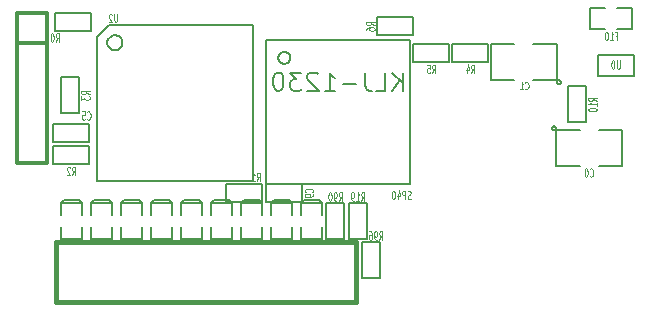
<source format=gbo>
G04 (created by PCBNEW-RS274X (2012-01-19 BZR 3256)-stable) date 22/03/2013 02:03:58*
G01*
G70*
G90*
%MOIN*%
G04 Gerber Fmt 3.4, Leading zero omitted, Abs format*
%FSLAX34Y34*%
G04 APERTURE LIST*
%ADD10C,0.006000*%
%ADD11C,0.005000*%
%ADD12C,0.012000*%
%ADD13C,0.015000*%
%ADD14C,0.004500*%
G04 APERTURE END LIST*
G54D10*
G54D11*
X89650Y-66250D02*
X88450Y-66250D01*
X88450Y-66250D02*
X88450Y-66850D01*
X88450Y-66850D02*
X89650Y-66850D01*
X89650Y-66850D02*
X89650Y-66250D01*
X100700Y-62650D02*
X100700Y-61950D01*
X100700Y-61950D02*
X99500Y-61950D01*
X99500Y-61950D02*
X99500Y-62650D01*
X99500Y-62650D02*
X100700Y-62650D01*
X98120Y-64400D02*
X98118Y-64413D01*
X98114Y-64426D01*
X98108Y-64438D01*
X98099Y-64449D01*
X98089Y-64458D01*
X98077Y-64464D01*
X98064Y-64468D01*
X98050Y-64469D01*
X98037Y-64468D01*
X98024Y-64464D01*
X98012Y-64458D01*
X98002Y-64450D01*
X97993Y-64439D01*
X97986Y-64427D01*
X97982Y-64414D01*
X97981Y-64400D01*
X97982Y-64388D01*
X97985Y-64375D01*
X97992Y-64363D01*
X98000Y-64352D01*
X98011Y-64343D01*
X98022Y-64336D01*
X98035Y-64332D01*
X98049Y-64331D01*
X98062Y-64332D01*
X98075Y-64335D01*
X98087Y-64341D01*
X98098Y-64350D01*
X98107Y-64360D01*
X98113Y-64372D01*
X98118Y-64385D01*
X98119Y-64399D01*
X98120Y-64400D01*
X99550Y-64450D02*
X100300Y-64450D01*
X100300Y-64450D02*
X100300Y-65650D01*
X100300Y-65650D02*
X99550Y-65650D01*
X98900Y-65650D02*
X98100Y-65650D01*
X98100Y-65650D02*
X98100Y-64450D01*
X98100Y-64450D02*
X98900Y-64450D01*
X99750Y-61100D02*
X99250Y-61100D01*
X99250Y-61100D02*
X99250Y-60400D01*
X99250Y-60400D02*
X99750Y-60400D01*
X100150Y-61100D02*
X100650Y-61100D01*
X100650Y-61100D02*
X100650Y-60400D01*
X100650Y-60400D02*
X100150Y-60400D01*
X91800Y-68100D02*
X91800Y-66900D01*
X91800Y-66900D02*
X91200Y-66900D01*
X91200Y-66900D02*
X91200Y-68100D01*
X91200Y-68100D02*
X91800Y-68100D01*
X91050Y-68100D02*
X91050Y-66900D01*
X91050Y-66900D02*
X90450Y-66900D01*
X90450Y-66900D02*
X90450Y-68100D01*
X90450Y-68100D02*
X91050Y-68100D01*
X99100Y-64200D02*
X99100Y-63000D01*
X99100Y-63000D02*
X98500Y-63000D01*
X98500Y-63000D02*
X98500Y-64200D01*
X98500Y-64200D02*
X99100Y-64200D01*
X81400Y-61150D02*
X82600Y-61150D01*
X82600Y-61150D02*
X82600Y-60550D01*
X82600Y-60550D02*
X81400Y-60550D01*
X81400Y-60550D02*
X81400Y-61150D01*
G54D12*
X81150Y-60550D02*
X80150Y-60550D01*
X80150Y-60550D02*
X80150Y-65550D01*
X80150Y-65550D02*
X81150Y-65550D01*
X81150Y-65550D02*
X81150Y-60550D01*
X81150Y-61550D02*
X80150Y-61550D01*
G54D13*
X91450Y-70200D02*
X81450Y-70200D01*
X91450Y-68200D02*
X81450Y-68200D01*
X81450Y-70200D02*
X81450Y-68200D01*
X91450Y-68200D02*
X91450Y-70200D01*
G54D11*
X82800Y-66150D02*
X88000Y-66150D01*
X88000Y-66150D02*
X88000Y-60950D01*
X88000Y-60950D02*
X83200Y-60950D01*
X83200Y-60950D02*
X82800Y-61350D01*
X82800Y-61350D02*
X82800Y-66150D01*
X83650Y-61550D02*
X83645Y-61598D01*
X83631Y-61645D01*
X83608Y-61688D01*
X83577Y-61726D01*
X83539Y-61757D01*
X83496Y-61780D01*
X83450Y-61794D01*
X83401Y-61799D01*
X83354Y-61795D01*
X83307Y-61781D01*
X83264Y-61759D01*
X83226Y-61728D01*
X83194Y-61691D01*
X83171Y-61648D01*
X83156Y-61601D01*
X83151Y-61553D01*
X83155Y-61505D01*
X83168Y-61458D01*
X83190Y-61415D01*
X83221Y-61377D01*
X83258Y-61345D01*
X83300Y-61321D01*
X83347Y-61306D01*
X83395Y-61301D01*
X83443Y-61304D01*
X83490Y-61317D01*
X83533Y-61339D01*
X83572Y-61369D01*
X83604Y-61406D01*
X83628Y-61449D01*
X83643Y-61495D01*
X83649Y-61544D01*
X83650Y-61550D01*
X85600Y-66900D02*
X85700Y-66800D01*
X85700Y-66800D02*
X86200Y-66800D01*
X86200Y-66800D02*
X86300Y-66900D01*
X85600Y-67300D02*
X85600Y-66900D01*
X85600Y-66900D02*
X86300Y-66900D01*
X86300Y-66900D02*
X86300Y-67300D01*
X85600Y-67700D02*
X85600Y-68100D01*
X85600Y-68100D02*
X86300Y-68100D01*
X86300Y-68100D02*
X86300Y-67700D01*
X83600Y-66900D02*
X83700Y-66800D01*
X83700Y-66800D02*
X84200Y-66800D01*
X84200Y-66800D02*
X84300Y-66900D01*
X83600Y-67300D02*
X83600Y-66900D01*
X83600Y-66900D02*
X84300Y-66900D01*
X84300Y-66900D02*
X84300Y-67300D01*
X83600Y-67700D02*
X83600Y-68100D01*
X83600Y-68100D02*
X84300Y-68100D01*
X84300Y-68100D02*
X84300Y-67700D01*
X84600Y-66900D02*
X84700Y-66800D01*
X84700Y-66800D02*
X85200Y-66800D01*
X85200Y-66800D02*
X85300Y-66900D01*
X84600Y-67300D02*
X84600Y-66900D01*
X84600Y-66900D02*
X85300Y-66900D01*
X85300Y-66900D02*
X85300Y-67300D01*
X84600Y-67700D02*
X84600Y-68100D01*
X84600Y-68100D02*
X85300Y-68100D01*
X85300Y-68100D02*
X85300Y-67700D01*
X86600Y-66900D02*
X86700Y-66800D01*
X86700Y-66800D02*
X87200Y-66800D01*
X87200Y-66800D02*
X87300Y-66900D01*
X86600Y-67300D02*
X86600Y-66900D01*
X86600Y-66900D02*
X87300Y-66900D01*
X87300Y-66900D02*
X87300Y-67300D01*
X86600Y-67700D02*
X86600Y-68100D01*
X86600Y-68100D02*
X87300Y-68100D01*
X87300Y-68100D02*
X87300Y-67700D01*
X87600Y-66900D02*
X87700Y-66800D01*
X87700Y-66800D02*
X88200Y-66800D01*
X88200Y-66800D02*
X88300Y-66900D01*
X87600Y-67300D02*
X87600Y-66900D01*
X87600Y-66900D02*
X88300Y-66900D01*
X88300Y-66900D02*
X88300Y-67300D01*
X87600Y-67700D02*
X87600Y-68100D01*
X87600Y-68100D02*
X88300Y-68100D01*
X88300Y-68100D02*
X88300Y-67700D01*
X81600Y-66900D02*
X81700Y-66800D01*
X81700Y-66800D02*
X82200Y-66800D01*
X82200Y-66800D02*
X82300Y-66900D01*
X81600Y-67300D02*
X81600Y-66900D01*
X81600Y-66900D02*
X82300Y-66900D01*
X82300Y-66900D02*
X82300Y-67300D01*
X81600Y-67700D02*
X81600Y-68100D01*
X81600Y-68100D02*
X82300Y-68100D01*
X82300Y-68100D02*
X82300Y-67700D01*
X82600Y-66900D02*
X82700Y-66800D01*
X82700Y-66800D02*
X83200Y-66800D01*
X83200Y-66800D02*
X83300Y-66900D01*
X82600Y-67300D02*
X82600Y-66900D01*
X82600Y-66900D02*
X83300Y-66900D01*
X83300Y-66900D02*
X83300Y-67300D01*
X82600Y-67700D02*
X82600Y-68100D01*
X82600Y-68100D02*
X83300Y-68100D01*
X83300Y-68100D02*
X83300Y-67700D01*
X89600Y-66900D02*
X89700Y-66800D01*
X89700Y-66800D02*
X90200Y-66800D01*
X90200Y-66800D02*
X90300Y-66900D01*
X89600Y-67300D02*
X89600Y-66900D01*
X89600Y-66900D02*
X90300Y-66900D01*
X90300Y-66900D02*
X90300Y-67300D01*
X89600Y-67700D02*
X89600Y-68100D01*
X89600Y-68100D02*
X90300Y-68100D01*
X90300Y-68100D02*
X90300Y-67700D01*
X88600Y-66900D02*
X88700Y-66800D01*
X88700Y-66800D02*
X89200Y-66800D01*
X89200Y-66800D02*
X89300Y-66900D01*
X88600Y-67300D02*
X88600Y-66900D01*
X88600Y-66900D02*
X89300Y-66900D01*
X89300Y-66900D02*
X89300Y-67300D01*
X88600Y-67700D02*
X88600Y-68100D01*
X88600Y-68100D02*
X89300Y-68100D01*
X89300Y-68100D02*
X89300Y-67700D01*
X81350Y-64850D02*
X82550Y-64850D01*
X82550Y-64850D02*
X82550Y-64250D01*
X82550Y-64250D02*
X81350Y-64250D01*
X81350Y-64250D02*
X81350Y-64850D01*
X82200Y-63900D02*
X82200Y-62700D01*
X82200Y-62700D02*
X81600Y-62700D01*
X81600Y-62700D02*
X81600Y-63900D01*
X81600Y-63900D02*
X82200Y-63900D01*
X98270Y-62850D02*
X98268Y-62863D01*
X98264Y-62876D01*
X98258Y-62888D01*
X98249Y-62899D01*
X98239Y-62908D01*
X98227Y-62914D01*
X98214Y-62918D01*
X98200Y-62919D01*
X98187Y-62918D01*
X98174Y-62914D01*
X98162Y-62908D01*
X98152Y-62900D01*
X98143Y-62889D01*
X98136Y-62877D01*
X98132Y-62864D01*
X98131Y-62850D01*
X98132Y-62838D01*
X98135Y-62825D01*
X98142Y-62813D01*
X98150Y-62802D01*
X98161Y-62793D01*
X98172Y-62786D01*
X98185Y-62782D01*
X98199Y-62781D01*
X98212Y-62782D01*
X98225Y-62785D01*
X98237Y-62791D01*
X98248Y-62800D01*
X98257Y-62810D01*
X98263Y-62822D01*
X98268Y-62835D01*
X98269Y-62849D01*
X98270Y-62850D01*
X96700Y-62800D02*
X95950Y-62800D01*
X95950Y-62800D02*
X95950Y-61600D01*
X95950Y-61600D02*
X96700Y-61600D01*
X97350Y-61600D02*
X98150Y-61600D01*
X98150Y-61600D02*
X98150Y-62800D01*
X98150Y-62800D02*
X97350Y-62800D01*
X92250Y-69400D02*
X92250Y-68200D01*
X92250Y-68200D02*
X91650Y-68200D01*
X91650Y-68200D02*
X91650Y-69400D01*
X91650Y-69400D02*
X92250Y-69400D01*
X89250Y-62050D02*
X89246Y-62088D01*
X89234Y-62126D01*
X89216Y-62160D01*
X89191Y-62190D01*
X89161Y-62215D01*
X89127Y-62234D01*
X89090Y-62245D01*
X89051Y-62249D01*
X89013Y-62246D01*
X88976Y-62235D01*
X88941Y-62217D01*
X88911Y-62192D01*
X88885Y-62162D01*
X88867Y-62128D01*
X88855Y-62091D01*
X88851Y-62052D01*
X88854Y-62014D01*
X88865Y-61977D01*
X88882Y-61942D01*
X88907Y-61912D01*
X88936Y-61886D01*
X88970Y-61867D01*
X89008Y-61855D01*
X89046Y-61851D01*
X89084Y-61854D01*
X89122Y-61864D01*
X89157Y-61882D01*
X89187Y-61906D01*
X89213Y-61935D01*
X89232Y-61969D01*
X89245Y-62006D01*
X89249Y-62045D01*
X89250Y-62050D01*
X93250Y-61450D02*
X88450Y-61450D01*
X88450Y-61450D02*
X88450Y-66250D01*
X88450Y-66250D02*
X93250Y-66250D01*
X93250Y-66250D02*
X93250Y-61450D01*
X94650Y-62200D02*
X95850Y-62200D01*
X95850Y-62200D02*
X95850Y-61600D01*
X95850Y-61600D02*
X94650Y-61600D01*
X94650Y-61600D02*
X94650Y-62200D01*
X93350Y-62200D02*
X94550Y-62200D01*
X94550Y-62200D02*
X94550Y-61600D01*
X94550Y-61600D02*
X93350Y-61600D01*
X93350Y-61600D02*
X93350Y-62200D01*
X92150Y-61300D02*
X93350Y-61300D01*
X93350Y-61300D02*
X93350Y-60700D01*
X93350Y-60700D02*
X92150Y-60700D01*
X92150Y-60700D02*
X92150Y-61300D01*
X82550Y-65000D02*
X81350Y-65000D01*
X81350Y-65000D02*
X81350Y-65600D01*
X81350Y-65600D02*
X82550Y-65600D01*
X82550Y-65600D02*
X82550Y-65000D01*
X88300Y-66250D02*
X87100Y-66250D01*
X87100Y-66250D02*
X87100Y-66850D01*
X87100Y-66850D02*
X88300Y-66850D01*
X88300Y-66850D02*
X88300Y-66250D01*
G54D14*
X89987Y-66521D02*
X90000Y-66512D01*
X90013Y-66486D01*
X90013Y-66469D01*
X90000Y-66444D01*
X89973Y-66426D01*
X89947Y-66418D01*
X89893Y-66409D01*
X89853Y-66409D01*
X89800Y-66418D01*
X89773Y-66426D01*
X89747Y-66444D01*
X89733Y-66469D01*
X89733Y-66486D01*
X89747Y-66512D01*
X89760Y-66521D01*
X90013Y-66606D02*
X90013Y-66641D01*
X90000Y-66658D01*
X89987Y-66666D01*
X89947Y-66684D01*
X89893Y-66692D01*
X89787Y-66692D01*
X89760Y-66684D01*
X89747Y-66675D01*
X89733Y-66658D01*
X89733Y-66624D01*
X89747Y-66606D01*
X89760Y-66598D01*
X89787Y-66589D01*
X89853Y-66589D01*
X89880Y-66598D01*
X89893Y-66606D01*
X89907Y-66624D01*
X89907Y-66658D01*
X89893Y-66675D01*
X89880Y-66684D01*
X89853Y-66692D01*
X100237Y-62133D02*
X100237Y-62360D01*
X100229Y-62387D01*
X100220Y-62400D01*
X100203Y-62413D01*
X100169Y-62413D01*
X100151Y-62400D01*
X100143Y-62387D01*
X100134Y-62360D01*
X100134Y-62133D01*
X100014Y-62133D02*
X99997Y-62133D01*
X99980Y-62147D01*
X99971Y-62160D01*
X99962Y-62187D01*
X99954Y-62240D01*
X99954Y-62307D01*
X99962Y-62360D01*
X99971Y-62387D01*
X99980Y-62400D01*
X99997Y-62413D01*
X100014Y-62413D01*
X100031Y-62400D01*
X100040Y-62387D01*
X100048Y-62360D01*
X100057Y-62307D01*
X100057Y-62240D01*
X100048Y-62187D01*
X100040Y-62160D01*
X100031Y-62147D01*
X100014Y-62133D01*
X99229Y-65987D02*
X99238Y-66000D01*
X99264Y-66013D01*
X99281Y-66013D01*
X99306Y-66000D01*
X99324Y-65973D01*
X99332Y-65947D01*
X99341Y-65893D01*
X99341Y-65853D01*
X99332Y-65800D01*
X99324Y-65773D01*
X99306Y-65747D01*
X99281Y-65733D01*
X99264Y-65733D01*
X99238Y-65747D01*
X99229Y-65760D01*
X99118Y-65733D02*
X99101Y-65733D01*
X99084Y-65747D01*
X99075Y-65760D01*
X99066Y-65787D01*
X99058Y-65840D01*
X99058Y-65907D01*
X99066Y-65960D01*
X99075Y-65987D01*
X99084Y-66000D01*
X99101Y-66013D01*
X99118Y-66013D01*
X99135Y-66000D01*
X99144Y-65987D01*
X99152Y-65960D01*
X99161Y-65907D01*
X99161Y-65840D01*
X99152Y-65787D01*
X99144Y-65760D01*
X99135Y-65747D01*
X99118Y-65733D01*
X100095Y-61317D02*
X100155Y-61317D01*
X100155Y-61463D02*
X100155Y-61183D01*
X100069Y-61183D01*
X99907Y-61463D02*
X100010Y-61463D01*
X99958Y-61463D02*
X99958Y-61183D01*
X99975Y-61223D01*
X99993Y-61250D01*
X100010Y-61263D01*
X99796Y-61183D02*
X99779Y-61183D01*
X99762Y-61197D01*
X99753Y-61210D01*
X99744Y-61237D01*
X99736Y-61290D01*
X99736Y-61357D01*
X99744Y-61410D01*
X99753Y-61437D01*
X99762Y-61450D01*
X99779Y-61463D01*
X99796Y-61463D01*
X99813Y-61450D01*
X99822Y-61437D01*
X99830Y-61410D01*
X99839Y-61357D01*
X99839Y-61290D01*
X99830Y-61237D01*
X99822Y-61210D01*
X99813Y-61197D01*
X99796Y-61183D01*
X91615Y-66813D02*
X91675Y-66680D01*
X91718Y-66813D02*
X91718Y-66533D01*
X91650Y-66533D01*
X91632Y-66547D01*
X91624Y-66560D01*
X91615Y-66587D01*
X91615Y-66627D01*
X91624Y-66653D01*
X91632Y-66667D01*
X91650Y-66680D01*
X91718Y-66680D01*
X91444Y-66813D02*
X91547Y-66813D01*
X91495Y-66813D02*
X91495Y-66533D01*
X91512Y-66573D01*
X91530Y-66600D01*
X91547Y-66613D01*
X91359Y-66813D02*
X91324Y-66813D01*
X91307Y-66800D01*
X91299Y-66787D01*
X91281Y-66747D01*
X91273Y-66693D01*
X91273Y-66587D01*
X91281Y-66560D01*
X91290Y-66547D01*
X91307Y-66533D01*
X91341Y-66533D01*
X91359Y-66547D01*
X91367Y-66560D01*
X91376Y-66587D01*
X91376Y-66653D01*
X91367Y-66680D01*
X91359Y-66693D01*
X91341Y-66707D01*
X91307Y-66707D01*
X91290Y-66693D01*
X91281Y-66680D01*
X91273Y-66653D01*
X90865Y-66813D02*
X90925Y-66680D01*
X90968Y-66813D02*
X90968Y-66533D01*
X90900Y-66533D01*
X90882Y-66547D01*
X90874Y-66560D01*
X90865Y-66587D01*
X90865Y-66627D01*
X90874Y-66653D01*
X90882Y-66667D01*
X90900Y-66680D01*
X90968Y-66680D01*
X90780Y-66813D02*
X90745Y-66813D01*
X90728Y-66800D01*
X90720Y-66787D01*
X90702Y-66747D01*
X90694Y-66693D01*
X90694Y-66587D01*
X90702Y-66560D01*
X90711Y-66547D01*
X90728Y-66533D01*
X90762Y-66533D01*
X90780Y-66547D01*
X90788Y-66560D01*
X90797Y-66587D01*
X90797Y-66653D01*
X90788Y-66680D01*
X90780Y-66693D01*
X90762Y-66707D01*
X90728Y-66707D01*
X90711Y-66693D01*
X90702Y-66680D01*
X90694Y-66653D01*
X90583Y-66533D02*
X90566Y-66533D01*
X90549Y-66547D01*
X90540Y-66560D01*
X90531Y-66587D01*
X90523Y-66640D01*
X90523Y-66707D01*
X90531Y-66760D01*
X90540Y-66787D01*
X90549Y-66800D01*
X90566Y-66813D01*
X90583Y-66813D01*
X90600Y-66800D01*
X90609Y-66787D01*
X90617Y-66760D01*
X90626Y-66707D01*
X90626Y-66640D01*
X90617Y-66587D01*
X90609Y-66560D01*
X90600Y-66547D01*
X90583Y-66533D01*
X99463Y-63485D02*
X99330Y-63425D01*
X99463Y-63382D02*
X99183Y-63382D01*
X99183Y-63450D01*
X99197Y-63468D01*
X99210Y-63476D01*
X99237Y-63485D01*
X99277Y-63485D01*
X99303Y-63476D01*
X99317Y-63468D01*
X99330Y-63450D01*
X99330Y-63382D01*
X99463Y-63656D02*
X99463Y-63553D01*
X99463Y-63605D02*
X99183Y-63605D01*
X99223Y-63588D01*
X99250Y-63570D01*
X99263Y-63553D01*
X99183Y-63767D02*
X99183Y-63784D01*
X99197Y-63801D01*
X99210Y-63810D01*
X99237Y-63819D01*
X99290Y-63827D01*
X99357Y-63827D01*
X99410Y-63819D01*
X99437Y-63810D01*
X99450Y-63801D01*
X99463Y-63784D01*
X99463Y-63767D01*
X99450Y-63750D01*
X99437Y-63741D01*
X99410Y-63733D01*
X99357Y-63724D01*
X99290Y-63724D01*
X99237Y-63733D01*
X99210Y-63741D01*
X99197Y-63750D01*
X99183Y-63767D01*
X81429Y-61513D02*
X81489Y-61380D01*
X81532Y-61513D02*
X81532Y-61233D01*
X81464Y-61233D01*
X81446Y-61247D01*
X81438Y-61260D01*
X81429Y-61287D01*
X81429Y-61327D01*
X81438Y-61353D01*
X81446Y-61367D01*
X81464Y-61380D01*
X81532Y-61380D01*
X81318Y-61233D02*
X81301Y-61233D01*
X81284Y-61247D01*
X81275Y-61260D01*
X81266Y-61287D01*
X81258Y-61340D01*
X81258Y-61407D01*
X81266Y-61460D01*
X81275Y-61487D01*
X81284Y-61500D01*
X81301Y-61513D01*
X81318Y-61513D01*
X81335Y-61500D01*
X81344Y-61487D01*
X81352Y-61460D01*
X81361Y-61407D01*
X81361Y-61340D01*
X81352Y-61287D01*
X81344Y-61260D01*
X81335Y-61247D01*
X81318Y-61233D01*
X83487Y-60601D02*
X83487Y-60804D01*
X83479Y-60827D01*
X83470Y-60839D01*
X83453Y-60851D01*
X83419Y-60851D01*
X83401Y-60839D01*
X83393Y-60827D01*
X83384Y-60804D01*
X83384Y-60601D01*
X83307Y-60625D02*
X83298Y-60613D01*
X83281Y-60601D01*
X83238Y-60601D01*
X83221Y-60613D01*
X83212Y-60625D01*
X83204Y-60649D01*
X83204Y-60673D01*
X83212Y-60708D01*
X83315Y-60851D01*
X83204Y-60851D01*
X82479Y-64087D02*
X82488Y-64100D01*
X82514Y-64113D01*
X82531Y-64113D01*
X82556Y-64100D01*
X82574Y-64073D01*
X82582Y-64047D01*
X82591Y-63993D01*
X82591Y-63953D01*
X82582Y-63900D01*
X82574Y-63873D01*
X82556Y-63847D01*
X82531Y-63833D01*
X82514Y-63833D01*
X82488Y-63847D01*
X82479Y-63860D01*
X82316Y-63833D02*
X82402Y-63833D01*
X82411Y-63967D01*
X82402Y-63953D01*
X82385Y-63940D01*
X82342Y-63940D01*
X82325Y-63953D01*
X82316Y-63967D01*
X82308Y-63993D01*
X82308Y-64060D01*
X82316Y-64087D01*
X82325Y-64100D01*
X82342Y-64113D01*
X82385Y-64113D01*
X82402Y-64100D01*
X82411Y-64087D01*
X82563Y-63271D02*
X82430Y-63211D01*
X82563Y-63168D02*
X82283Y-63168D01*
X82283Y-63236D01*
X82297Y-63254D01*
X82310Y-63262D01*
X82337Y-63271D01*
X82377Y-63271D01*
X82403Y-63262D01*
X82417Y-63254D01*
X82430Y-63236D01*
X82430Y-63168D01*
X82283Y-63331D02*
X82283Y-63442D01*
X82390Y-63382D01*
X82390Y-63408D01*
X82403Y-63425D01*
X82417Y-63434D01*
X82443Y-63442D01*
X82510Y-63442D01*
X82537Y-63434D01*
X82550Y-63425D01*
X82563Y-63408D01*
X82563Y-63356D01*
X82550Y-63339D01*
X82537Y-63331D01*
X97079Y-63077D02*
X97088Y-63089D01*
X97114Y-63101D01*
X97131Y-63101D01*
X97156Y-63089D01*
X97174Y-63065D01*
X97182Y-63042D01*
X97191Y-62994D01*
X97191Y-62958D01*
X97182Y-62911D01*
X97174Y-62887D01*
X97156Y-62863D01*
X97131Y-62851D01*
X97114Y-62851D01*
X97088Y-62863D01*
X97079Y-62875D01*
X96908Y-63101D02*
X97011Y-63101D01*
X96959Y-63101D02*
X96959Y-62851D01*
X96976Y-62887D01*
X96994Y-62911D01*
X97011Y-62923D01*
X92215Y-68113D02*
X92275Y-67980D01*
X92318Y-68113D02*
X92318Y-67833D01*
X92250Y-67833D01*
X92232Y-67847D01*
X92224Y-67860D01*
X92215Y-67887D01*
X92215Y-67927D01*
X92224Y-67953D01*
X92232Y-67967D01*
X92250Y-67980D01*
X92318Y-67980D01*
X92130Y-68113D02*
X92095Y-68113D01*
X92078Y-68100D01*
X92070Y-68087D01*
X92052Y-68047D01*
X92044Y-67993D01*
X92044Y-67887D01*
X92052Y-67860D01*
X92061Y-67847D01*
X92078Y-67833D01*
X92112Y-67833D01*
X92130Y-67847D01*
X92138Y-67860D01*
X92147Y-67887D01*
X92147Y-67953D01*
X92138Y-67980D01*
X92130Y-67993D01*
X92112Y-68007D01*
X92078Y-68007D01*
X92061Y-67993D01*
X92052Y-67980D01*
X92044Y-67953D01*
X91890Y-67833D02*
X91924Y-67833D01*
X91941Y-67847D01*
X91950Y-67860D01*
X91967Y-67900D01*
X91976Y-67953D01*
X91976Y-68060D01*
X91967Y-68087D01*
X91959Y-68100D01*
X91941Y-68113D01*
X91907Y-68113D01*
X91890Y-68100D01*
X91881Y-68087D01*
X91873Y-68060D01*
X91873Y-67993D01*
X91881Y-67967D01*
X91890Y-67953D01*
X91907Y-67940D01*
X91941Y-67940D01*
X91959Y-67953D01*
X91967Y-67967D01*
X91976Y-67993D01*
X93262Y-66750D02*
X93236Y-66763D01*
X93193Y-66763D01*
X93176Y-66750D01*
X93167Y-66737D01*
X93159Y-66710D01*
X93159Y-66683D01*
X93167Y-66657D01*
X93176Y-66643D01*
X93193Y-66630D01*
X93227Y-66617D01*
X93245Y-66603D01*
X93253Y-66590D01*
X93262Y-66563D01*
X93262Y-66537D01*
X93253Y-66510D01*
X93245Y-66497D01*
X93227Y-66483D01*
X93185Y-66483D01*
X93159Y-66497D01*
X93082Y-66763D02*
X93082Y-66483D01*
X93014Y-66483D01*
X92996Y-66497D01*
X92988Y-66510D01*
X92979Y-66537D01*
X92979Y-66577D01*
X92988Y-66603D01*
X92996Y-66617D01*
X93014Y-66630D01*
X93082Y-66630D01*
X92825Y-66577D02*
X92825Y-66763D01*
X92868Y-66470D02*
X92911Y-66670D01*
X92799Y-66670D01*
X92697Y-66483D02*
X92680Y-66483D01*
X92663Y-66497D01*
X92654Y-66510D01*
X92645Y-66537D01*
X92637Y-66590D01*
X92637Y-66657D01*
X92645Y-66710D01*
X92654Y-66737D01*
X92663Y-66750D01*
X92680Y-66763D01*
X92697Y-66763D01*
X92714Y-66750D01*
X92723Y-66737D01*
X92731Y-66710D01*
X92740Y-66657D01*
X92740Y-66590D01*
X92731Y-66537D01*
X92723Y-66510D01*
X92714Y-66497D01*
X92697Y-66483D01*
G54D11*
X92992Y-63143D02*
X92992Y-62543D01*
X92649Y-63143D02*
X92906Y-62800D01*
X92649Y-62543D02*
X92992Y-62886D01*
X92106Y-63143D02*
X92392Y-63143D01*
X92392Y-62543D01*
X91735Y-62543D02*
X91735Y-62971D01*
X91763Y-63057D01*
X91820Y-63114D01*
X91906Y-63143D01*
X91963Y-63143D01*
X91449Y-62914D02*
X90992Y-62914D01*
X90392Y-63143D02*
X90735Y-63143D01*
X90563Y-63143D02*
X90563Y-62543D01*
X90620Y-62629D01*
X90678Y-62686D01*
X90735Y-62714D01*
X90164Y-62600D02*
X90135Y-62571D01*
X90078Y-62543D01*
X89935Y-62543D01*
X89878Y-62571D01*
X89849Y-62600D01*
X89821Y-62657D01*
X89821Y-62714D01*
X89849Y-62800D01*
X90192Y-63143D01*
X89821Y-63143D01*
X89621Y-62543D02*
X89250Y-62543D01*
X89450Y-62771D01*
X89364Y-62771D01*
X89307Y-62800D01*
X89278Y-62829D01*
X89250Y-62886D01*
X89250Y-63029D01*
X89278Y-63086D01*
X89307Y-63114D01*
X89364Y-63143D01*
X89536Y-63143D01*
X89593Y-63114D01*
X89621Y-63086D01*
X88879Y-62543D02*
X88822Y-62543D01*
X88765Y-62571D01*
X88736Y-62600D01*
X88707Y-62657D01*
X88679Y-62771D01*
X88679Y-62914D01*
X88707Y-63029D01*
X88736Y-63086D01*
X88765Y-63114D01*
X88822Y-63143D01*
X88879Y-63143D01*
X88936Y-63114D01*
X88965Y-63086D01*
X88993Y-63029D01*
X89022Y-62914D01*
X89022Y-62771D01*
X88993Y-62657D01*
X88965Y-62600D01*
X88936Y-62571D01*
X88879Y-62543D01*
G54D14*
X95279Y-62563D02*
X95339Y-62430D01*
X95382Y-62563D02*
X95382Y-62283D01*
X95314Y-62283D01*
X95296Y-62297D01*
X95288Y-62310D01*
X95279Y-62337D01*
X95279Y-62377D01*
X95288Y-62403D01*
X95296Y-62417D01*
X95314Y-62430D01*
X95382Y-62430D01*
X95125Y-62377D02*
X95125Y-62563D01*
X95168Y-62270D02*
X95211Y-62470D01*
X95099Y-62470D01*
X93979Y-62563D02*
X94039Y-62430D01*
X94082Y-62563D02*
X94082Y-62283D01*
X94014Y-62283D01*
X93996Y-62297D01*
X93988Y-62310D01*
X93979Y-62337D01*
X93979Y-62377D01*
X93988Y-62403D01*
X93996Y-62417D01*
X94014Y-62430D01*
X94082Y-62430D01*
X93816Y-62283D02*
X93902Y-62283D01*
X93911Y-62417D01*
X93902Y-62403D01*
X93885Y-62390D01*
X93842Y-62390D01*
X93825Y-62403D01*
X93816Y-62417D01*
X93808Y-62443D01*
X93808Y-62510D01*
X93816Y-62537D01*
X93825Y-62550D01*
X93842Y-62563D01*
X93885Y-62563D01*
X93902Y-62550D01*
X93911Y-62537D01*
X92063Y-60971D02*
X91930Y-60911D01*
X92063Y-60868D02*
X91783Y-60868D01*
X91783Y-60936D01*
X91797Y-60954D01*
X91810Y-60962D01*
X91837Y-60971D01*
X91877Y-60971D01*
X91903Y-60962D01*
X91917Y-60954D01*
X91930Y-60936D01*
X91930Y-60868D01*
X91783Y-61125D02*
X91783Y-61091D01*
X91797Y-61074D01*
X91810Y-61065D01*
X91850Y-61048D01*
X91903Y-61039D01*
X92010Y-61039D01*
X92037Y-61048D01*
X92050Y-61056D01*
X92063Y-61074D01*
X92063Y-61108D01*
X92050Y-61125D01*
X92037Y-61134D01*
X92010Y-61142D01*
X91943Y-61142D01*
X91917Y-61134D01*
X91903Y-61125D01*
X91890Y-61108D01*
X91890Y-61074D01*
X91903Y-61056D01*
X91917Y-61048D01*
X91943Y-61039D01*
X81979Y-65963D02*
X82039Y-65830D01*
X82082Y-65963D02*
X82082Y-65683D01*
X82014Y-65683D01*
X81996Y-65697D01*
X81988Y-65710D01*
X81979Y-65737D01*
X81979Y-65777D01*
X81988Y-65803D01*
X81996Y-65817D01*
X82014Y-65830D01*
X82082Y-65830D01*
X81911Y-65710D02*
X81902Y-65697D01*
X81885Y-65683D01*
X81842Y-65683D01*
X81825Y-65697D01*
X81816Y-65710D01*
X81808Y-65737D01*
X81808Y-65763D01*
X81816Y-65803D01*
X81919Y-65963D01*
X81808Y-65963D01*
X88129Y-66163D02*
X88189Y-66030D01*
X88232Y-66163D02*
X88232Y-65883D01*
X88164Y-65883D01*
X88146Y-65897D01*
X88138Y-65910D01*
X88129Y-65937D01*
X88129Y-65977D01*
X88138Y-66003D01*
X88146Y-66017D01*
X88164Y-66030D01*
X88232Y-66030D01*
X87958Y-66163D02*
X88061Y-66163D01*
X88009Y-66163D02*
X88009Y-65883D01*
X88026Y-65923D01*
X88044Y-65950D01*
X88061Y-65963D01*
M02*

</source>
